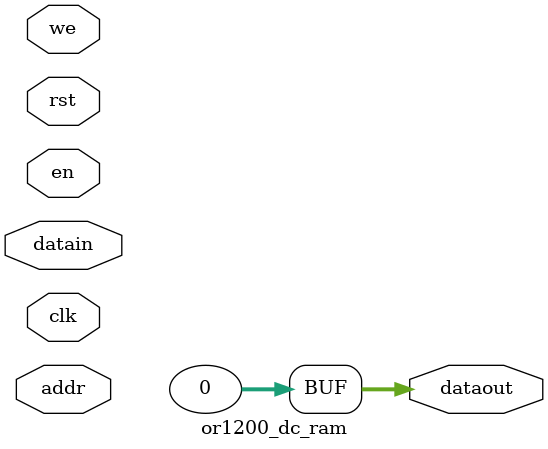
<source format=v>

`timescale 1ps/1ps
// synopsys translate_on
//////////////////////////////////////////////////////////////////////
////                                                              ////
////  OR1200's definitions                                        ////
////                                                              ////
////  This file is part of the OpenRISC 1200 project              ////
////  http://opencores.org/project,or1k                           ////
////                                                              ////
////  Description                                                 ////
////  Defines for the OR1200 core                                 ////
////                                                              ////
////  To Do:                                                      ////
////   - add parameters that are missing                          ////
////                                                              ////
////  Author(s):                                                  ////
////      - Damjan Lampret, lampret@opencores.org                 ////
////                                                              ////
//////////////////////////////////////////////////////////////////////
////                                                              ////
//// Copyright (C) 2000 Authors and OPENCORES.ORG                 ////
////                                                              ////
//// This source file may be used and distributed without         ////
//// restriction provided that this copyright statement is not    ////
//// removed from the file and that any derivative work contains  ////
//// the original copyright notice and the associated disclaimer. ////
////                                                              ////
//// This source file is free software; you can redistribute it   ////
//// and/or modify it under the terms of the GNU Lesser General   ////
//// Public License as published by the Free Software Foundation; ////
//// either version 2.1 of the License, or (at your option) any   ////
//// later version.                                               ////
////                                                              ////
//// This source is distributed in the hope that it will be       ////
//// useful, but WITHOUT ANY WARRANTY; without even the implied   ////
//// warranty of MERCHANTABILITY or FITNESS FOR A PARTICULAR      ////
//// PURPOSE.  See the GNU Lesser General Public License for more ////
//// details.                                                     ////
////                                                              ////
//// You should have received a copy of the GNU Lesser General    ////
//// Public License along with this source; if not, download it   ////
//// from http://www.opencores.org/lgpl.shtml                     ////
////                                                              ////
//////////////////////////////////////////////////////////////////////
//
// $Log: or1200_defines.v,v $
// Revision 2.0  2010/06/30 11:00:00  ORSoC
// Minor update: 
// Defines added, bugs fixed. 

//
// Dump VCD
//
//`define OR1200_VCD_DUMP

//
// Generate debug messages during simulation
//
//`define OR1200_VERBOSE

////////////////////////////////////////////////////////
//
// Typical configuration for an ASIC
//

//
// Target ASIC memories
//
//`define OR1200_ARTISAN_SSP
//`define OR1200_ARTISAN_SDP
//`define OR1200_ARTISAN_STP
//`define OR1200_VIRTUALSILICON_SSP
//`define OR1200_VIRTUALSILICON_STP_T1
//`define OR1200_VIRTUALSILICON_STP_T2

//
// Do not implement Data cache
//

//
// Do not implement Insn cache
//

//
// Do not implement Data MMU
//
//`define OR1200_NO_DMMU

//
// Do not implement Insn MMU
//
//`define OR1200_NO_IMMU

//
// Select between ASIC optimized and generic multiplier
//
//`define OR1200_GENERIC_MULTP2_32X32

//
// Size/type of insn/data cache if implemented
//
// `define OR1200_IC_1W_4KB
// `define OR1200_IC_1W_8KB
// `define OR1200_DC_1W_8KB



//////////////////////////////////////////////////////////
//
// Do not change below unless you know what you are doing
//

//
// Reset active low
//
//`define OR1200_RST_ACT_LOW

//
// Enable RAM BIST
//
// At the moment this only works for Virtual Silicon
// single port RAMs. For other RAMs it has not effect.
// Special wrapper for VS RAMs needs to be provided
// with scan flops to facilitate bist scan.
//
//`define OR1200_BIST

//
// Register OR1200 WISHBONE outputs
// (must be defined/enabled)
//

//
// Register OR1200 WISHBONE inputs
//
// (must be undefined/disabled)
//
//`define OR1200_REGISTERED_INPUTS

//
// Disable bursts if they are not supported by the
// memory subsystem (only affect cache line fill)
//
//`define OR1200_NO_BURSTS
//

//
// WISHBONE retry counter range
//
// 2^value range for retry counter. Retry counter
// is activated whenever *wb_rty_i is asserted and
// until retry counter expires, corresponding
// WISHBONE interface is deactivated.
//
// To disable retry counters and *wb_rty_i all together,
// undefine this macro.
//
//`define OR1200_WB_RETRY 7

//
// WISHBONE Consecutive Address Burst
//
// This was used prior to WISHBONE B3 specification
// to identify bursts. It is no longer needed but
// remains enabled for compatibility with old designs.
//
// To remove *wb_cab_o ports undefine this macro.
//
//`define OR1200_WB_CAB

//
// WISHBONE B3 compatible interface
//
// This follows the WISHBONE B3 specification.
// It is not enabled by default because most
// designs still don't use WB b3.
//
// To enable *wb_cti_o/*wb_bte_o ports,
// define this macro.
//

//
// LOG all WISHBONE accesses
//

//
// Enable additional synthesis directives if using
// _Synopsys_ synthesis tool
//
//`define OR1200_ADDITIONAL_SYNOPSYS_DIRECTIVES

//
// Enables default statement in some case blocks
// and disables Synopsys synthesis directive full_case
//
// By default it is enabled. When disabled it
// can increase clock frequency.
//

//
// Operand width / register file address width
//
// (DO NOT CHANGE)
//

//
// l.add/l.addi/l.and and optional l.addc/l.addic
// also set (compare) flag when result of their
// operation equals zero
//
// At the time of writing this, default or32
// C/C++ compiler doesn't generate code that
// would benefit from this optimization.
//
// By default this optimization is disabled to
// save area.
//
//`define OR1200_ADDITIONAL_FLAG_MODIFIERS

//
// Implement l.addc/l.addic instructions
//
// By default implementation of l.addc/l.addic
// instructions is enabled in case you need them.
// If you don't use them, then disable implementation
// to save area.
//

//
// Implement l.sub instruction
//
// By default implementation of l.sub instructions
// is enabled to be compliant with the simulator.
// If you don't use carry bit, then disable
// implementation to save area.
//

//
// Implement carry bit SR[CY]
//
//
// By default implementation of SR[CY] is enabled
// to be compliant with the simulator. However SR[CY]
// is explicitly only used by l.addc/l.addic/l.sub
// instructions and if these three insns are not
// implemented there is not much point having SR[CY].
//

//
// Implement carry bit SR[OV]
//
// Compiler doesn't use this, but other code may like
// to.
//

//
// Implement carry bit SR[OVE]
//
// Overflow interrupt indicator. When enabled, SR[OV] flag
// does not remain asserted after exception.
//


//
// Implement rotate in the ALU
//
// At the time of writing this, or32
// C/C++ compiler doesn't generate rotate
// instructions. However or32 assembler
// can assemble code that uses rotate insn.
// This means that rotate instructions
// must be used manually inserted.
//
// By default implementation of rotate
// is disabled to save area and increase
// clock frequency.
//
//`define OR1200_IMPL_ALU_ROTATE

//
// Type of ALU compare to implement
//
// Try to find which synthesizes with
// most efficient logic use or highest speed.
//
//`define OR1200_IMPL_ALU_COMP1
//`define OR1200_IMPL_ALU_COMP2

//
// Implement Find First/Last '1'
//

//
// Implement l.cust5 ALU instruction
//
//`define OR1200_IMPL_ALU_CUST5

//
// Implement l.extXs and l.extXz instructions
//

//
// Implement multiplier
//
// By default multiplier is implemented
//

//
// Implement multiply-and-accumulate
//
// By default MAC is implemented. To
// implement MAC, multiplier (non-serial) needs to be
// implemented.
//
//`define OR1200_MAC_IMPLEMENTED

//
// Implement optional l.div/l.divu instructions
//
// By default divide instructions are not implemented
// to save area.
//
//

//
// Serial multiplier.
//
//`define OR1200_MULT_SERIAL

//
// Serial divider.
// Uncomment to use a serial divider, otherwise will
// be a generic parallel implementation.
//

//
// Implement HW Single Precision FPU
//
//`define OR1200_FPU_IMPLEMENTED

//
// Clock ratio RISC clock versus WB clock
//
// If you plan to run WB:RISC clock fixed to 1:1, disable
// both defines
//
// For WB:RISC 1:2 or 1:1, enable OR1200_CLKDIV_2_SUPPORTED
// and use clmode to set ratio
//
// For WB:RISC 1:4, 1:2 or 1:1, enable both defines and use
// clmode to set ratio
//
//`define OR1200_CLKDIV_2_SUPPORTED
//`define OR1200_CLKDIV_4_SUPPORTED

//
// Type of register file RAM
//
// Memory macro w/ two ports (see or1200_tpram_32x32.v)
//`define OR1200_RFRAM_TWOPORT
//
// Memory macro dual port (see or1200_dpram.v)

//
// Generic (flip-flop based) register file (see or1200_rfram_generic.v)
//`define OR1200_RFRAM_GENERIC
//  Generic register file supports - 16 registers 

//
// Type of mem2reg aligner to implement.
//
// Once OR1200_IMPL_MEM2REG2 yielded faster
// circuit, however with today tools it will
// most probably give you slower circuit.
//
//`define OR1200_IMPL_MEM2REG2

//
// Reset value and event
//
    
//
// ALUOPs
//
/* LS-nibble encodings correspond to bits [3:0] of instruction */

/* Values sent to ALU from decode unit - not defined by ISA */

// ALU instructions second opcode field

//
// MACOPs
//

//
// Shift/rotate ops
//

//
// Zero/Sign Extend ops
//

// Execution cycles per instruction

// Execution control which will "wait on" a module to finish


// Operand MUX selects

//
// BRANCHOPs
//

//
// LSUOPs
//
// Bit 0: sign extend
// Bits 1-2: 00 doubleword, 01 byte, 10 halfword, 11 singleword
// Bit 3: 0 load, 1 store

// Number of bits of load/store EA precalculated in ID stage
// for balancing ID and EX stages.
//
// Valid range: 2,3,...,30,31

// FETCHOPs

//
// Register File Write-Back OPs
//
// Bit 0: register file write enable
// Bits 3-1: write-back mux selects
//

// Compare instructions

//
// FP OPs
//
// MSbit indicates FPU operation valid
//
// FPU unit from Usselman takes 5 cycles from decode, so 4 ex. cycles
// FP instruction is double precision if bit 4 is set. We're a 32-bit 
// implementation thus do not support double precision FP 
// FP Compare instructions

//
// TAGs for instruction bus
//

//
// TAGs for data bus
//


//////////////////////////////////////////////
//
// ORBIS32 ISA specifics
//

// SHROT_OP position in machine word

//
// Instruction opcode groups (basic)
//
/* */
/* */
/* */
/* */

/////////////////////////////////////////////////////
//
// Exceptions
//

//
// Exception vectors per OR1K architecture:
// 0xPPPPP100 - reset
// 0xPPPPP200 - bus error
// ... etc
// where P represents exception prefix.
//
// Exception vectors can be customized as per
// the following formula:
// 0xPPPPPNVV - exception N
//
// P represents exception prefix
// N represents exception N
// VV represents length of the individual vector space,
//   usually it is 8 bits wide and starts with all bits zero
//

//
// PPPPP and VV parts
//
// Sum of these two defines needs to be 28
//

//
// N part width
//

//
// Definition of exception vectors
//
// To avoid implementation of a certain exception,
// simply comment out corresponding line
//


/////////////////////////////////////////////////////
//
// SPR groups
//

// Bits that define the group

// Width of the group bits

// Bits that define offset inside the group

// List of groups

/////////////////////////////////////////////////////
//
// System group
//

//
// System registers
//

//
// SR bits
//

//
// Bits that define offset inside the group
//

//
// Default Exception Prefix
//
// 1'b0 - OR1200_EXCEPT_EPH0_P (0x0000_0000)
// 1'b1 - OR1200_EXCEPT_EPH1_P (0xF000_0000)
//


//
// FPCSR bits
//

/////////////////////////////////////////////////////
//
// Power Management (PM)
//

// Define it if you want PM implemented
//`define OR1200_PM_IMPLEMENTED

// Bit positions inside PMR (don't change)

// PMR offset inside PM group of registers

// PM group

// Define if PMR can be read/written at any address inside PM group

// Define if reading PMR is allowed

// Define if unused PMR bits should be zero


/////////////////////////////////////////////////////
//
// Debug Unit (DU)
//

// Define it if you want DU implemented

//
// Define if you want HW Breakpoints
// (if HW breakpoints are not implemented
// only default software trapping is
// possible with l.trap insn - this is
// however already enough for use
// with or32 gdb)
//
//`define OR1200_DU_HWBKPTS

// Number of DVR/DCR pairs if HW breakpoints enabled
//	Comment / uncomment DU_DVRn / DU_DCRn pairs bellow according to this number ! 
//	DU_DVR0..DU_DVR7 should be uncommented for 8 DU_DVRDCR_PAIRS 

// Define if you want trace buffer
//	(for now only available for Xilinx Virtex FPGAs)
//`define OR1200_DU_TB_IMPLEMENTED


//
// Address offsets of DU registers inside DU group
//
// To not implement a register, doq not define its address
//

// Position of offset bits inside SPR address

// DCR bits

// DMR1 bits

// DMR2 bits

// DWCR bits

// DSR bits

// DRR bits

// Define if reading DU regs is allowed

// Define if unused DU registers bits should be zero

// Define if IF/LSU status is not needed by devel i/f

/////////////////////////////////////////////////////
//
// Programmable Interrupt Controller (PIC)
//

// Define it if you want PIC implemented

// Define number of interrupt inputs (2-31)

// Address offsets of PIC registers inside PIC group

// Position of offset bits inside SPR address

// Define if you want these PIC registers to be implemented

// Define if reading PIC registers is allowed

// Define if unused PIC register bits should be zero


/////////////////////////////////////////////////////
//
// Tick Timer (TT)
//

// Define it if you want TT implemented

// Address offsets of TT registers inside TT group

// Position of offset bits inside SPR group

// Define if you want these TT registers to be implemented

// TTMR bits

// Define if reading TT registers is allowed


//////////////////////////////////////////////
//
// MAC
//

//
// Shift {MACHI,MACLO} into destination register when executing l.macrc
//
// According to architecture manual there is no shift, so default value is 0.
// However the implementation has deviated in this from the arch manual and had
// hard coded shift by 28 bits which is a useful optimization for MP3 decoding 
// (if using libmad fixed point library). Shifts are no longer default setup, 
// but if you need to remain backward compatible, define your shift bits, which
// were normally
// dest_GPR = {MACHI,MACLO}[59:28]


//////////////////////////////////////////////
//
// Data MMU (DMMU)
//

//
// Address that selects between TLB TR and MR
//

//
// DTLBMR fields
//

//
// DTLBTR fields
//

//
// DTLB configuration
//

//
// Cache inhibit while DMMU is not enabled/implemented
//
// cache inhibited 0GB-4GB		1'b1
// cache inhibited 0GB-2GB		!dcpu_adr_i[31]
// cache inhibited 0GB-1GB 2GB-3GB	!dcpu_adr_i[30]
// cache inhibited 1GB-2GB 3GB-4GB	dcpu_adr_i[30]
// cache inhibited 2GB-4GB (default)	dcpu_adr_i[31]
// cached 0GB-4GB			1'b0
//


//////////////////////////////////////////////
//
// Insn MMU (IMMU)
//

//
// Address that selects between TLB TR and MR
//

//
// ITLBMR fields
//

//
// ITLBTR fields
//

//
// ITLB configuration
//

//
// Cache inhibit while IMMU is not enabled/implemented
// Note: all combinations that use icpu_adr_i cause async loop
//
// cache inhibited 0GB-4GB		1'b1
// cache inhibited 0GB-2GB		!icpu_adr_i[31]
// cache inhibited 0GB-1GB 2GB-3GB	!icpu_adr_i[30]
// cache inhibited 1GB-2GB 3GB-4GB	icpu_adr_i[30]
// cache inhibited 2GB-4GB (default)	icpu_adr_i[31]
// cached 0GB-4GB			1'b0
//


/////////////////////////////////////////////////
//
// Insn cache (IC)
//

// 4 for 16 byte line, 5 for 32 byte lines.
 
//
// IC configurations
//


/////////////////////////////////////////////////
//
// Data cache (DC)
//

// 4 for 16 bytes, 5 for 32 bytes
 
// Define to enable default behavior of cache as write through
// Turning this off enabled write back statergy
//

// Define to enable stores from the stack not doing writethrough.
// EXPERIMENTAL
//`define OR1200_DC_NOSTACKWRITETHROUGH

// Data cache SPR definitions
// Data cache group SPR addresses

//
// DC configurations
//


/////////////////////////////////////////////////
//
// Store buffer (SB)
//

//
// Store buffer
//
// It will improve performance by "caching" CPU stores
// using store buffer. This is most important for function
// prologues because DC can only work in write though mode
// and all stores would have to complete external WB writes
// to memory.
// Store buffer is between DC and data BIU.
// All stores will be stored into store buffer and immediately
// completed by the CPU, even though actual external writes
// will be performed later. As a consequence store buffer masks
// all data bus errors related to stores (data bus errors
// related to loads are delivered normally).
// All pending CPU loads will wait until store buffer is empty to
// ensure strict memory model. Right now this is necessary because
// we don't make destinction between cached and cache inhibited
// address space, so we simply empty store buffer until loads
// can begin.
//
// It makes design a bit bigger, depending what is the number of
// entries in SB FIFO. Number of entries can be changed further
// down.
//
//`define OR1200_SB_IMPLEMENTED

//
// Number of store buffer entries
//
// Verified number of entries are 4 and 8 entries
// (2 and 3 for OR1200_SB_LOG). OR1200_SB_ENTRIES must
// always match 2**OR1200_SB_LOG.
// To disable store buffer, undefine
// OR1200_SB_IMPLEMENTED.
//


/////////////////////////////////////////////////
//
// Quick Embedded Memory (QMEM)
//

//
// Quick Embedded Memory
//
// Instantiation of dedicated insn/data memory (RAM or ROM).
// Insn fetch has effective throughput 1insn / clock cycle.
// Data load takes two clock cycles / access, data store
// takes 1 clock cycle / access (if there is no insn fetch)).
// Memory instantiation is shared between insn and data,
// meaning if insn fetch are performed, data load/store
// performance will be lower.
//
// Main reason for QMEM is to put some time critical functions
// into this memory and to have predictable and fast access
// to these functions. (soft fpu, context switch, exception
// handlers, stack, etc)
//
// It makes design a bit bigger and slower. QMEM sits behind
// IMMU/DMMU so all addresses are physical (so the MMUs can be
// used with QMEM and QMEM is seen by the CPU just like any other
// memory in the system). IC/DC are sitting behind QMEM so the
// whole design timing might be worse with QMEM implemented.
//
//`define OR1200_QMEM_IMPLEMENTED

//
// Base address and mask of QMEM
//
// Base address defines first address of QMEM. Mask defines
// QMEM range in address space. Actual size of QMEM is however
// determined with instantiated RAM/ROM. However bigger
// mask will reserve more address space for QMEM, but also
// make design faster, while more tight mask will take
// less address space but also make design slower. If
// instantiated RAM/ROM is smaller than space reserved with
// the mask, instatiated RAM/ROM will also be shadowed
// at higher addresses in reserved space.
//

//
// QMEM interface byte-select capability
//
// To enable qmem_sel* ports, define this macro.
//
//`define OR1200_QMEM_BSEL

//
// QMEM interface acknowledge
//
// To enable qmem_ack port, define this macro.
//
//`define OR1200_QMEM_ACK

/////////////////////////////////////////////////////
//
// VR, UPR and Configuration Registers
//
//
// VR, UPR and configuration registers are optional. If 
// implemented, operating system can automatically figure
// out how to use the processor because it knows 
// what units are available in the processor and how they
// are configured.
//
// This section must be last in or1200_defines.v file so
// that all units are already configured and thus
// configuration registers are properly set.
// 

// Define if you want configuration registers implemented

// Define if you want full address decode inside SYS group

// Offsets of VR, UPR and CFGR registers

// VR fields

// VR values

// UPR fields

// UPR values

// CPUCFGR fields

// CPUCFGR values
     

// DMMUCFGR fields

// DMMUCFGR values

// IMMUCFGR fields

// IMMUCFGR values

// DCCFGR fields

// DCCFGR values

// ICCFGR fields

// ICCFGR values

// DCFGR fields

// DCFGR values

///////////////////////////////////////////////////////////////////////////////
// Boot Address Selection                                                    //
//                                                                           //
// Allows a definable boot address, potentially different to the usual reset //
// vector to allow for power-on code to be run, if desired.                  //
//                                                                           //
// OR1200_BOOT_ADR should be the 32-bit address of the boot location         //
//                                                                           //
// For default reset behavior uncomment the settings under the "Boot 0x100"  //
// comment below.                                                            //
//                                                                           //
///////////////////////////////////////////////////////////////////////////////
// Boot from 0xf0000100
//`define OR1200_BOOT_ADR 32'hf0000100
// Boot from 0x100
 
module or1200_dc_ram(
	// Reset and clock
	clk, rst,


	// Internal i/f
	addr, en, we, datain, dataout
);

parameter dw = 32;
parameter aw = 12			-2	;

//
// I/O
//
input				clk;
input				rst;
input	[aw-1:0]		addr;
input				en;
input	[3:0]			we;
input	[dw-1:0]		datain;
output	[dw-1:0]		dataout;



//
// Data cache not implemented
//
assign dataout = {dw{1'b0}};


endmodule // or1200_dc_ram

</source>
